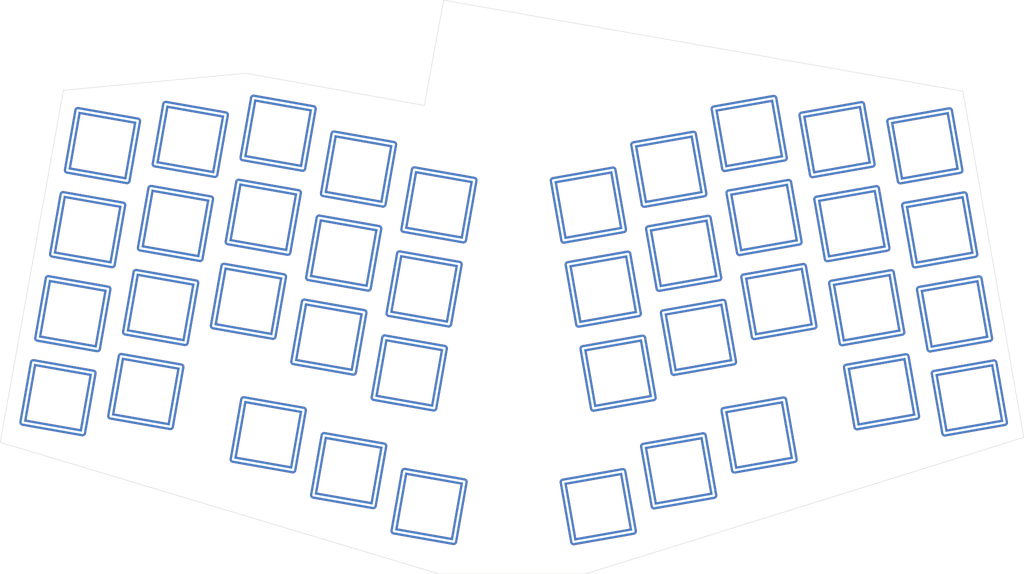
<source format=kicad_pcb>
(kicad_pcb (version 20221018) (generator pcbnew)
  (layers (0 "F.Cu" signal) (31 "B.Cu" signal) (34 "B.Paste" user) (35 "F.Paste" user) (36 "B.SilkS" user "B.Silkscreen") (37 "F.SilkS" user "F.Silkscreen") (38 "B.Mask" user) (39 "F.Mask" user) (44 "Edge.Cuts" user))
  (net 0 "")
  (net 1 "Column0")
  (net 2 "Column1")
  (net 3 "Column2")
  (net 4 "Column3")
  (net 5 "Column4")
  (net 6 "Column5")
  (net 7 "Column6")
  (net 8 "Column7")
  (net 9 "Column8")
  (net 10 "Column9")
  (footprint "kbd:SW_Hole_TH" (layer "F.Cu") (at 135.3533 138.5019 -10)
    (fp_text reference "SW35" hide)
    (fp_text value "SW_PUSH" hide)
    (pad "1" thru_hole oval (at -6.8 0 350) (size 1.5 15) (drill oval 0.5 14) (layers "*.Cu" "*.Mask") (net 5 "Column4"))
    (pad "1" thru_hole oval (at 0 -6.8 80) (size 1.5 15) (drill oval 0.5 14) (layers "*.Cu" "*.Mask") (net 5 "Column4"))
    (pad "1" thru_hole oval (at 0 6.8 80) (size 1.5 15) (drill oval 0.5 14) (layers "*.Cu" "*.Mask") (net 5 "Column4"))
    (pad "1" thru_hole oval (at 6.8 0 350) (size 1.5 15) (drill oval 0.5 14) (layers "*.Cu" "*.Mask") (net 5 "Column4"))
  )
  (footprint "kbd_Hole:m2_Screw_Hole" (layer "F.Cu") (at 245.2 123.8)
    (fp_text reference "Ref**")
    (fp_text value "Val**")
    (pad "" np_thru_hole circle (at 0 0) (size 2.2 2.2) (drill 2.2) (layers "F&B.Cu" "*.Mask"))
  )
  (footprint "kbd:SW_Hole_TH" (layer "F.Cu") (at 252.5515 95.529 10)
    (fp_text reference "SW30" hide)
    (fp_text value "SW_PUSH" hide)
    (pad "1" thru_hole oval (at -6.8 0 10) (size 1.5 15) (drill oval 0.5 14) (layers "*.Cu" "*.Mask") (net 10 "Column9"))
    (pad "1" thru_hole oval (at 0 -6.8 100) (size 1.5 15) (drill oval 0.5 14) (layers "*.Cu" "*.Mask") (net 10 "Column9"))
    (pad "1" thru_hole oval (at 0 6.8 100) (size 1.5 15) (drill oval 0.5 14) (layers "*.Cu" "*.Mask") (net 10 "Column9"))
    (pad "1" thru_hole oval (at 6.8 0 10) (size 1.5 15) (drill oval 0.5 14) (layers "*.Cu" "*.Mask") (net 10 "Column9"))
  )
  (footprint "kbd:SW_Hole_TH" (layer "F.Cu") (at 195.4428 100.7628 10)
    (fp_text reference "SW27" hide)
    (fp_text value "SW_PUSH" hide)
    (pad "1" thru_hole oval (at -6.8 0 10) (size 1.5 15) (drill oval 0.5 14) (layers "*.Cu" "*.Mask") (net 7 "Column6"))
    (pad "1" thru_hole oval (at 0 -6.8 100) (size 1.5 15) (drill oval 0.5 14) (layers "*.Cu" "*.Mask") (net 7 "Column6"))
    (pad "1" thru_hole oval (at 0 6.8 100) (size 1.5 15) (drill oval 0.5 14) (layers "*.Cu" "*.Mask") (net 7 "Column6"))
    (pad "1" thru_hole oval (at 6.8 0 10) (size 1.5 15) (drill oval 0.5 14) (layers "*.Cu" "*.Mask") (net 7 "Column6"))
  )
  (footprint "kbd:SW_Hole_TH" (layer "F.Cu") (at 117.4197 130.5037 -10)
    (fp_text reference "SW34" hide)
    (fp_text value "SW_PUSH" hide)
    (pad "1" thru_hole oval (at -6.8 0 350) (size 1.5 15) (drill oval 0.5 14) (layers "*.Cu" "*.Mask") (net 4 "Column3"))
    (pad "1" thru_hole oval (at 0 -6.8 80) (size 1.5 15) (drill oval 0.5 14) (layers "*.Cu" "*.Mask") (net 4 "Column3"))
    (pad "1" thru_hole oval (at 0 6.8 80) (size 1.5 15) (drill oval 0.5 14) (layers "*.Cu" "*.Mask") (net 4 "Column3"))
    (pad "1" thru_hole oval (at 6.8 0 350) (size 1.5 15) (drill oval 0.5 14) (layers "*.Cu" "*.Mask") (net 4 "Column3"))
  )
  (footprint "kbd:SW_Hole_TH" (layer "F.Cu") (at 229.6559 75.3863 10)
    (fp_text reference "SW19" hide)
    (fp_text value "SW_PUSH" hide)
    (pad "1" thru_hole oval (at -6.8 0 10) (size 1.5 15) (drill oval 0.5 14) (layers "*.Cu" "*.Mask") (net 9 "Column8"))
    (pad "1" thru_hole oval (at 0 -6.8 100) (size 1.5 15) (drill oval 0.5 14) (layers "*.Cu" "*.Mask") (net 9 "Column8"))
    (pad "1" thru_hole oval (at 0 6.8 100) (size 1.5 15) (drill oval 0.5 14) (layers "*.Cu" "*.Mask") (net 9 "Column8"))
    (pad "1" thru_hole oval (at 6.8 0 10) (size 1.5 15) (drill oval 0.5 14) (layers "*.Cu" "*.Mask") (net 9 "Column8"))
  )
  (footprint "kbd:SW_Hole_TH" (layer "F.Cu") (at 173.0909 138.5559 10)
    (fp_text reference "SW36" hide)
    (fp_text value "SW_PUSH" hide)
    (pad "1" thru_hole oval (at -6.8 0 10) (size 1.5 15) (drill oval 0.5 14) (layers "*.Cu" "*.Mask") (net 6 "Column5"))
    (pad "1" thru_hole oval (at 0 -6.8 100) (size 1.5 15) (drill oval 0.5 14) (layers "*.Cu" "*.Mask") (net 6 "Column5"))
    (pad "1" thru_hole oval (at 0 6.8 100) (size 1.5 15) (drill oval 0.5 14) (layers "*.Cu" "*.Mask") (net 6 "Column5"))
    (pad "1" thru_hole oval (at 6.8 0 10) (size 1.5 15) (drill oval 0.5 14) (layers "*.Cu" "*.Mask") (net 6 "Column5"))
  )
  (footprint "kbd:SW_Hole_TH" (layer "F.Cu") (at 188.8268 63.2417 10)
    (fp_text reference "SW7" hide)
    (fp_text value "SW_PUSH" hide)
    (pad "1" thru_hole oval (at -6.8 0 10) (size 1.5 15) (drill oval 0.5 14) (layers "*.Cu" "*.Mask") (net 7 "Column6"))
    (pad "1" thru_hole oval (at 0 -6.8 100) (size 1.5 15) (drill oval 0.5 14) (layers "*.Cu" "*.Mask") (net 7 "Column6"))
    (pad "1" thru_hole oval (at 0 6.8 100) (size 1.5 15) (drill oval 0.5 14) (layers "*.Cu" "*.Mask") (net 7 "Column6"))
    (pad "1" thru_hole oval (at 6.8 0 10) (size 1.5 15) (drill oval 0.5 14) (layers "*.Cu" "*.Mask") (net 7 "Column6"))
  )
  (footprint "kbd:SW_Hole_TH" (layer "F.Cu") (at 206.7604 55.2435 10)
    (fp_text reference "SW8" hide)
    (fp_text value "SW_PUSH" hide)
    (pad "1" thru_hole oval (at -6.8 0 10) (size 1.5 15) (drill oval 0.5 14) (layers "*.Cu" "*.Mask") (net 8 "Column7"))
    (pad "1" thru_hole oval (at 0 -6.8 100) (size 1.5 15) (drill oval 0.5 14) (layers "*.Cu" "*.Mask") (net 8 "Column7"))
    (pad "1" thru_hole oval (at 0 6.8 100) (size 1.5 15) (drill oval 0.5 14) (layers "*.Cu" "*.Mask") (net 8 "Column7"))
    (pad "1" thru_hole oval (at 6.8 0 10) (size 1.5 15) (drill oval 0.5 14) (layers "*.Cu" "*.Mask") (net 8 "Column7"))
  )
  (footprint "kbd:SW_Hole_TH" (layer "F.Cu") (at 232.9639 94.1468 10)
    (fp_text reference "SW29" hide)
    (fp_text value "SW_PUSH" hide)
    (pad "1" thru_hole oval (at -6.8 0 10) (size 1.5 15) (drill oval 0.5 14) (layers "*.Cu" "*.Mask") (net 9 "Column8"))
    (pad "1" thru_hole oval (at 0 -6.8 100) (size 1.5 15) (drill oval 0.5 14) (layers "*.Cu" "*.Mask") (net 9 "Column8"))
    (pad "1" thru_hole oval (at 0 6.8 100) (size 1.5 15) (drill oval 0.5 14) (layers "*.Cu" "*.Mask") (net 9 "Column8"))
    (pad "1" thru_hole oval (at 6.8 0 10) (size 1.5 15) (drill oval 0.5 14) (layers "*.Cu" "*.Mask") (net 9 "Column8"))
  )
  (footprint "kbd:SW_Hole_TH" (layer "F.Cu") (at 210.0684 74.0041 10)
    (fp_text reference "SW18" hide)
    (fp_text value "SW_PUSH" hide)
    (pad "1" thru_hole oval (at -6.8 0 10) (size 1.5 15) (drill oval 0.5 14) (layers "*.Cu" "*.Mask") (net 8 "Column7"))
    (pad "1" thru_hole oval (at 0 -6.8 100) (size 1.5 15) (drill oval 0.5 14) (layers "*.Cu" "*.Mask") (net 8 "Column7"))
    (pad "1" thru_hole oval (at 0 6.8 100) (size 1.5 15) (drill oval 0.5 14) (layers "*.Cu" "*.Mask") (net 8 "Column7"))
    (pad "1" thru_hole oval (at 6.8 0 10) (size 1.5 15) (drill oval 0.5 14) (layers "*.Cu" "*.Mask") (net 8 "Column7"))
  )
  (footprint "kbd:SW_Hole_TH" (layer "F.Cu") (at 116.3094 81.9482 -10)
    (fp_text reference "SW14" hide)
    (fp_text value "SW_PUSH" hide)
    (pad "1" thru_hole oval (at -6.8 0 350) (size 1.5 15) (drill oval 0.5 14) (layers "*.Cu" "*.Mask") (net 4 "Column3"))
    (pad "1" thru_hole oval (at 0 -6.8 80) (size 1.5 15) (drill oval 0.5 14) (layers "*.Cu" "*.Mask") (net 4 "Column3"))
    (pad "1" thru_hole oval (at 0 6.8 80) (size 1.5 15) (drill oval 0.5 14) (layers "*.Cu" "*.Mask") (net 4 "Column3"))
    (pad "1" thru_hole oval (at 6.8 0 350) (size 1.5 15) (drill oval 0.5 14) (layers "*.Cu" "*.Mask") (net 4 "Column3"))
  )
  (footprint "kbd_Hole:m2_Screw_Hole" (layer "F.Cu") (at 63.3 123.9)
    (fp_text reference "Ref**")
    (fp_text value "Val**")
    (pad "" np_thru_hole circle (at 0 0) (size 2.2 2.2) (drill 2.2) (layers "F&B.Cu" "*.Mask"))
  )
  (footprint "kbd_Hole:m2_Screw_Hole" (layer "F.Cu") (at 186.6 143.8)
    (fp_text reference "Ref**")
    (fp_text value "Val**")
    (pad "" np_thru_hole circle (at 0 0) (size 2.2 2.2) (drill 2.2) (layers "F&B.Cu" "*.Mask"))
  )
  (footprint "kbd:SW_Hole_TH" (layer "F.Cu") (at 101.6838 55.1895 -10)
    (fp_text reference "SW3" hide)
    (fp_text value "SW_PUSH" hide)
    (pad "1" thru_hole oval (at -6.8 0 350) (size 1.5 15) (drill oval 0.5 14) (layers "*.Cu" "*.Mask") (net 3 "Column2"))
    (pad "1" thru_hole oval (at 0 -6.8 80) (size 1.5 15) (drill oval 0.5 14) (layers "*.Cu" "*.Mask") (net 3 "Column2"))
    (pad "1" thru_hole oval (at 0 6.8 80) (size 1.5 15) (drill oval 0.5 14) (layers "*.Cu" "*.Mask") (net 3 "Column2"))
    (pad "1" thru_hole oval (at 6.8 0 350) (size 1.5 15) (drill oval 0.5 14) (layers "*.Cu" "*.Mask") (net 3 "Column2"))
  )
  (footprint "kbd:SW_Hole_TH" (layer "F.Cu") (at 249.2435 76.7684 10)
    (fp_text reference "SW20" hide)
    (fp_text value "SW_PUSH" hide)
    (pad "1" thru_hole oval (at -6.8 0 10) (size 1.5 15) (drill oval 0.5 14) (layers "*.Cu" "*.Mask") (net 10 "Column9"))
    (pad "1" thru_hole oval (at 0 -6.8 100) (size 1.5 15) (drill oval 0.5 14) (layers "*.Cu" "*.Mask") (net 10 "Column9"))
    (pad "1" thru_hole oval (at 0 6.8 100) (size 1.5 15) (drill oval 0.5 14) (layers "*.Cu" "*.Mask") (net 10 "Column9"))
    (pad "1" thru_hole oval (at 6.8 0 10) (size 1.5 15) (drill oval 0.5 14) (layers "*.Cu" "*.Mask") (net 10 "Column9"))
  )
  (footprint "kbd:SW_Hole_TH" (layer "F.Cu") (at 236.2719 112.9074 10)
    (fp_text reference "SW39" hide)
    (fp_text value "SW_PUSH" hide)
    (pad "1" thru_hole oval (at -6.8 0 10) (size 1.5 15) (drill oval 0.5 14) (layers "*.Cu" "*.Mask") (net 9 "Column8"))
    (pad "1" thru_hole oval (at 0 -6.8 100) (size 1.5 15) (drill oval 0.5 14) (layers "*.Cu" "*.Mask") (net 9 "Column8"))
    (pad "1" thru_hole oval (at 0 6.8 100) (size 1.5 15) (drill oval 0.5 14) (layers "*.Cu" "*.Mask") (net 9 "Column8"))
    (pad "1" thru_hole oval (at 6.8 0 10) (size 1.5 15) (drill oval 0.5 14) (layers "*.Cu" "*.Mask") (net 9 "Column8"))
  )
  (footprint "kbd:SW_Hole_TH" (layer "F.Cu") (at 72.1722 112.8534 -10)
    (fp_text reference "SW32" hide)
    (fp_text value "SW_PUSH" hide)
    (pad "1" thru_hole oval (at -6.8 0 350) (size 1.5 15) (drill oval 0.5 14) (layers "*.Cu" "*.Mask") (net 2 "Column1"))
    (pad "1" thru_hole oval (at 0 -6.8 80) (size 1.5 15) (drill oval 0.5 14) (layers "*.Cu" "*.Mask") (net 2 "Column1"))
    (pad "1" thru_hole oval (at 0 6.8 80) (size 1.5 15) (drill oval 0.5 14) (layers "*.Cu" "*.Mask") (net 2 "Column1"))
    (pad "1" thru_hole oval (at 6.8 0 350) (size 1.5 15) (drill oval 0.5 14) (layers "*.Cu" "*.Mask") (net 2 "Column1"))
  )
  (footprint "kbd:SW_Hole_TH" (layer "F.Cu") (at 255.8595 114.2896 10)
    (fp_text reference "SW40" hide)
    (fp_text value "SW_PUSH" hide)
    (pad "1" thru_hole oval (at -6.8 0 10) (size 1.5 15) (drill oval 0.5 14) (layers "*.Cu" "*.Mask") (net 10 "Column9"))
    (pad "1" thru_hole oval (at 0 -6.8 100) (size 1.5 15) (drill oval 0.5 14) (layers "*.Cu" "*.Mask") (net 10 "Column9"))
    (pad "1" thru_hole oval (at 0 6.8 100) (size 1.5 15) (drill oval 0.5 14) (layers "*.Cu" "*.Mask") (net 10 "Column9"))
    (pad "1" thru_hole oval (at 6.8 0 10) (size 1.5 15) (drill oval 0.5 14) (layers "*.Cu" "*.Mask") (net 10 "Column9"))
  )
  (footprint "kbd_Hole:m2_Screw_Hole" (layer "F.Cu") (at 237.1 47)
    (fp_text reference "Ref**")
    (fp_text value "Val**")
    (pad "" np_thru_hole circle (at 0 0) (size 2.2 2.2) (drill 2.2) (layers "F&B.Cu" "*.Mask"))
  )
  (footprint "kbd:SW_Hole_TH" (layer "F.Cu") (at 130.935 108.707 -10)
    (fp_text reference "SW25" hide)
    (fp_text value "SW_PUSH" hide)
    (pad "1" thru_hole oval (at -6.8 0 350) (size 1.5 15) (drill oval 0.5 14) (layers "*.Cu" "*.Mask") (net 5 "Column4"))
    (pad "1" thru_hole oval (at 0 -6.8 80) (size 1.5 15) (drill oval 0.5 14) (layers "*.Cu" "*.Mask") (net 5 "Column4"))
    (pad "1" thru_hole oval (at 0 6.8 80) (size 1.5 15) (drill oval 0.5 14) (layers "*.Cu" "*.Mask") (net 5 "Column4"))
    (pad "1" thru_hole oval (at 6.8 0 350) (size 1.5 15) (drill oval 0.5 14) (layers "*.Cu" "*.Mask") (net 5 "Column4"))
  )
  (footprint "kbd:SW_Hole_TH" (layer "F.Cu") (at 226.3479 56.6257 10)
    (fp_text reference "SW9" hide)
    (fp_text value "SW_PUSH" hide)
    (pad "1" thru_hole oval (at -6.8 0 10) (size 1.5 15) (drill oval 0.5 14) (layers "*.Cu" "*.Mask") (net 9 "Column8"))
    (pad "1" thru_hole oval (at 0 -6.8 100) (size 1.5 15) (drill oval 0.5 14) (layers "*.Cu" "*.Mask") (net 9 "Column8"))
    (pad "1" thru_hole oval (at 0 6.8 100) (size 1.5 15) (drill oval 0.5 14) (layers "*.Cu" "*.Mask") (net 9 "Column8"))
    (pad "1" thru_hole oval (at 6.8 0 10) (size 1.5 15) (drill oval 0.5 14) (layers "*.Cu" "*.Mask") (net 9 "Column8"))
  )
  (footprint "kbd:SW_Hole_TH" (layer "F.Cu") (at 191.0245 130.5577 10)
    (fp_text reference "SW37" hide)
    (fp_text value "SW_PUSH" hide)
    (pad "1" thru_hole oval (at -6.8 0 10) (size 1.5 15) (drill oval 0.5 14) (layers "*.Cu" "*.Mask") (net 7 "Column6"))
    (pad "1" thru_hole oval (at 0 -6.8 100) (size 1.5 15) (drill oval 0.5 14) (layers "*.Cu" "*.Mask") (net 7 "Column6"))
    (pad "1" thru_hole oval (at 0 6.8 100) (size 1.5 15) (drill oval 0.5 14) (layers "*.Cu" "*.Mask") (net 7 "Column6"))
    (pad "1" thru_hole oval (at 6.8 0 10) (size 1.5 15) (drill oval 0.5 14) (layers "*.Cu" "*.Mask") (net 7 "Column6"))
  )
  (footprint "kbd:SW_Hole_TH" (layer "F.Cu") (at 62.5086 57.9538 -10)
    (fp_text reference "SW1" hide)
    (fp_text value "SW_PUSH" hide)
    (pad "1" thru_hole oval (at -6.8 0 350) (size 1.5 15) (drill oval 0.5 14) (layers "*.Cu" "*.Mask") (net 1 "Column0"))
    (pad "1" thru_hole oval (at 0 -6.8 80) (size 1.5 15) (drill oval 0.5 14) (layers "*.Cu" "*.Mask") (net 1 "Column0"))
    (pad "1" thru_hole oval (at 0 6.8 80) (size 1.5 15) (drill oval 0.5 14) (layers "*.Cu" "*.Mask") (net 1 "Column0"))
    (pad "1" thru_hole oval (at 6.8 0 350) (size 1.5 15) (drill oval 0.5 14) (layers "*.Cu" "*.Mask") (net 1 "Column0"))
  )
  (footprint "kbd_Hole:m2_Screw_Hole" (layer "F.Cu") (at 71.4 47.2)
    (fp_text reference "Ref**")
    (fp_text value "Val**")
    (pad "" np_thru_hole circle (at 0 0) (size 2.2 2.2) (drill 2.2) (layers "F&B.Cu" "*.Mask"))
  )
  (footprint "kbd:SW_Hole_TH" (layer "F.Cu") (at 82.0962 56.5717 -10)
    (fp_text reference "SW2" hide)
    (fp_text value "SW_PUSH" hide)
    (pad "1" thru_hole oval (at -6.8 0 350) (size 1.5 15) (drill oval 0.5 14) (layers "*.Cu" "*.Mask") (net 2 "Column1"))
    (pad "1" thru_hole oval (at 0 -6.8 80) (size 1.5 15) (drill oval 0.5 14) (layers "*.Cu" "*.Mask") (net 2 "Column1"))
    (pad "1" thru_hole oval (at 0 6.8 80) (size 1.5 15) (drill oval 0.5 14) (layers "*.Cu" "*.Mask") (net 2 "Column1"))
    (pad "1" thru_hole oval (at 6.8 0 350) (size 1.5 15) (drill oval 0.5 14) (layers "*.Cu" "*.Mask") (net 2 "Column1"))
  )
  (footprint "kbd:SW_Hole_TH" (layer "F.Cu") (at 59.2006 76.7144 -10)
    (fp_text reference "SW11" hide)
    (fp_text value "SW_PUSH" hide)
    (pad "1" thru_hole oval (at -6.8 0 350) (size 1.5 15) (drill oval 0.5 14) (layers "*.Cu" "*.Mask") (net 1 "Column0"))
    (pad "1" thru_hole oval (at 0 -6.8 80) (size 1.5 15) (drill oval 0.5 14) (layers "*.Cu" "*.Mask") (net 1 "Column0"))
    (pad "1" thru_hole oval (at 0 6.8 80) (size 1.5 15) (drill oval 0.5 14) (layers "*.Cu" "*.Mask") (net 1 "Column0"))
    (pad "1" thru_hole oval (at 6.8 0 350) (size 1.5 15) (drill oval 0.5 14) (layers "*.Cu" "*.Mask") (net 1 "Column0"))
  )
  (footprint "kbd:SW_Hole_TH" (layer "F.Cu") (at 213.3764 92.7647 10)
    (fp_text reference "SW28" hide)
    (fp_text value "SW_PUSH" hide)
    (pad "1" thru_hole oval (at -6.8 0 10) (size 1.5 15) (drill oval 0.5 14) (layers "*.Cu" "*.Mask") (net 8 "Column7"))
    (pad "1" thru_hole oval (at 0 -6.8 100) (size 1.5 15) (drill oval 0.5 14) (layers "*.Cu" "*.Mask") (net 8 "Column7"))
    (pad "1" thru_hole oval (at 0 6.8 100) (size 1.5 15) (drill oval 0.5 14) (layers "*.Cu" "*.Mask") (net 8 "Column7"))
    (pad "1" thru_hole oval (at 6.8 0 10) (size 1.5 15) (drill oval 0.5 14) (layers "*.Cu" "*.Mask") (net 8 "Column7"))
  )
  (footprint "kbd:SW_Hole_TH" (layer "F.Cu") (at 75.4802 94.0928 -10)
    (fp_text reference "SW22" hide)
    (fp_text value "SW_PUSH" hide)
    (pad "1" thru_hole oval (at -6.8 0 350) (size 1.5 15) (drill oval 0.5 14) (layers "*.Cu" "*.Mask") (net 2 "Column1"))
    (pad "1" thru_hole oval (at 0 -6.8 80) (size 1.5 15) (drill oval 0.5 14) (layers "*.Cu" "*.Mask") (net 2 "Column1"))
    (pad "1" thru_hole oval (at 0 6.8 80) (size 1.5 15) (drill oval 0.5 14) (layers "*.Cu" "*.Mask") (net 2 "Column1"))
    (pad "1" thru_hole oval (at 6.8 0 350) (size 1.5 15) (drill oval 0.5 14) (layers "*.Cu" "*.Mask") (net 2 "Column1"))
  )
  (footprint "kbd:SW_Hole_TH" (layer "F.Cu") (at 78.7882 75.3323 -10)
    (fp_text reference "SW12" hide)
    (fp_text value "SW_PUSH" hide)
    (pad "1" thru_hole oval (at -6.8 0 350) (size 1.5 15) (drill oval 0.5 14) (layers "*.Cu" "*.Mask") (net 2 "Column1"))
    (pad "1" thru_hole oval (at 0 -6.8 80) (size 1.5 15) (drill oval 0.5 14) (layers "*.Cu" "*.Mask") (net 2 "Column1"))
    (pad "1" thru_hole oval (at 0 6.8 80) (size 1.5 15) (drill oval 0.5 14) (layers "*.Cu" "*.Mask") (net 2 "Column1"))
    (pad "1" thru_hole oval (at 6.8 0 350) (size 1.5 15) (drill oval 0.5 14) (layers "*.Cu" "*.Mask") (net 2 "Column1"))
  )
  (footprint "kbd:SW_Hole_TH" (layer "F.Cu") (at 134.243 89.9464 -10)
    (fp_text reference "SW15" hide)
    (fp_text value "SW_PUSH" hide)
    (pad "1" thru_hole oval (at -6.8 0 350) (size 1.5 15) (drill oval 0.5 14) (layers "*.Cu" "*.Mask") (net 5 "Column4"))
    (pad "1" thru_hole oval (at 0 -6.8 80) (size 1.5 15) (drill oval 0.5 14) (layers "*.Cu" "*.Mask") (net 5 "Column4"))
    (pad "1" thru_hole oval (at 0 6.8 80) (size 1.5 15) (drill oval 0.5 14) (layers "*.Cu" "*.Mask") (net 5 "Column4"))
    (pad "1" thru_hole oval (at 6.8 0 350) (size 1.5 15) (drill oval 0.5 14) (layers "*.Cu" "*.Mask") (net 5 "Column4"))
  )
  (footprint "kbd:SW_Hole_TH" (layer "F.Cu") (at 245.9355 58.0078 10)
    (fp_text reference "SW10" hide)
    (fp_text value "SW_PUSH" hide)
    (pad "1" thru_hole oval (at -6.8 0 10) (size 1.5 15) (drill oval 0.5 14) (layers "*.Cu" "*.Mask") (net 10 "Column9"))
    (pad "1" thru_hole oval (at 0 -6.8 100) (size 1.5 15) (drill oval 0.5 14) (layers "*.Cu" "*.Mask") (net 10 "Column9"))
    (pad "1" thru_hole oval (at 0 6.8 100) (size 1.5 15) (drill oval 0.5 14) (layers "*.Cu" "*.Mask") (net 10 "Column9"))
    (pad "1" thru_hole oval (at 6.8 0 10) (size 1.5 15) (drill oval 0.5 14) (layers "*.Cu" "*.Mask") (net 10 "Column9"))
  )
  (footprint "kbd:SW_Hole_TH" (layer "F.Cu") (at 137.551 71.1858 -10)
    (fp_text reference "SW5" hide)
    (fp_text value "SW_PUSH" hide)
    (pad "1" thru_hole oval (at -6.8 0 350) (size 1.5 15) (drill oval 0.5 14) (layers "*.Cu" "*.Mask") (net 5 "Column4"))
    (pad "1" thru_hole oval (at 0 -6.8 80) (size 1.5 15) (drill oval 0.5 14) (layers "*.Cu" "*.Mask") (net 5 "Column4"))
    (pad "1" thru_hole oval (at 0 6.8 80) (size 1.5 15) (drill oval 0.5 14) (layers "*.Cu" "*.Mask") (net 5 "Column4"))
    (pad "1" thru_hole oval (at 6.8 0 350) (size 1.5 15) (drill oval 0.5 14) (layers "*.Cu" "*.Mask") (net 5 "Column4"))
  )
  (footprint "kbd:SW_Hole_TH" (layer "F.Cu") (at 113.0014 100.7088 -10)
    (fp_text reference "SW24" hide)
    (fp_text value "SW_PUSH" hide)
    (pad "1" thru_hole oval (at -6.8 0 350) (size 1.5 15) (drill oval 0.5 14) (layers "*.Cu" "*.Mask") (net 4 "Column3"))
    (pad "1" thru_hole oval (at 0 -6.8 80) (size 1.5 15) (drill oval 0.5 14) (layers "*.Cu" "*.Mask") (net 4 "Column3"))
    (pad "1" thru_hole oval (at 0 6.8 80) (size 1.5 15) (drill oval 0.5 14) (layers "*.Cu" "*.Mask") (net 4 "Column3"))
    (pad "1" thru_hole oval (at 6.8 0 350) (size 1.5 15) (drill oval 0.5 14) (layers "*.Cu" "*.Mask") (net 4 "Column3"))
  )
  (footprint "kbd_Hole:m2_Screw_Hole" (layer "F.Cu") (at 133 58.1)
    (fp_text reference "Ref**")
    (fp_text value "Val**")
    (pad "" np_thru_hole circle (at 0 0) (size 2.2 2.2) (drill 2.2) (layers "F&B.Cu" "*.Mask"))
  )
  (footprint "kbd:SW_Hole_TH" (layer "F.Cu") (at 95.0678 92.7107 -10)
    (fp_text reference "SW23" hide)
    (fp_text value "SW_PUSH" hide)
    (pad "1" thru_hole oval (at -6.8 0 350) (size 1.5 15) (drill oval 0.5 14) (layers "*.Cu" "*.Mask") (net 3 "Column2"))
    (pad "1" thru_hole oval (at 0 -6.8 80) (size 1.5 15) (drill oval 0.5 14) (layers "*.Cu" "*.Mask") (net 3 "Column2"))
    (pad "1" thru_hole oval (at 0 6.8 80) (size 1.5 15) (drill oval 0.5 14) (layers "*.Cu" "*.Mask") (net 3 "Column2"))
    (pad "1" thru_hole oval (at 6.8 0 350) (size 1.5 15) (drill oval 0.5 14) (layers "*.Cu" "*.Mask") (net 3 "Column2"))
  )
  (footprint "kbd:SW_Hole_TH" (layer "F.Cu") (at 119.6174 63.1877 -10)
    (fp_text reference "SW4" hide)
    (fp_text value "SW_PUSH" hide)
    (pad "1" thru_hole oval (at -6.8 0 350) (size 1.5 15) (drill oval 0.5 14) (layers "*.Cu" "*.Mask") (net 4 "Column3"))
    (pad "1" thru_hole oval (at 0 -6.8 80) (size 1.5 15) (drill oval 0.5 14) (layers "*.Cu" "*.Mask") (net 4 "Column3"))
    (pad "1" thru_hole oval (at 0 6.8 80) (size 1.5 15) (drill oval 0.5 14) (layers "*.Cu" "*.Mask") (net 4 "Column3"))
    (pad "1" thru_hole oval (at 6.8 0 350) (size 1.5 15) (drill oval 0.5 14) (layers "*.Cu" "*.Mask") (net 4 "Column3"))
  )
  (footprint "kbd:SW_Hole_TH" (layer "F.Cu") (at 208.9581 122.5596 10)
    (fp_text reference "SW38" hide)
    (fp_text value "SW_PUSH" hide)
    (pad "1" thru_hole oval (at -6.8 0 10) (size 1.5 15) (drill oval 0.5 14) (layers "*.Cu" "*.Mask") (net 8 "Column7"))
    (pad "1" thru_hole oval (at 0 -6.8 100) (size 1.5 15) (drill oval 0.5 14) (layers "*.Cu" "*.Mask") (net 8 "Column7"))
    (pad "1" thru_hole oval (at 0 6.8 100) (size 1.5 15) (drill oval 0.5 14) (layers "*.Cu" "*.Mask") (net 8 "Column7"))
    (pad "1" thru_hole oval (at 6.8 0 10) (size 1.5 15) (drill oval 0.5 14) (layers "*.Cu" "*.Mask") (net 8 "Column7"))
  )
  (footprint "kbd:SW_Hole_TH" (layer "F.Cu") (at 55.8926 95.475 -10)
    (fp_text reference "SW21" hide)
    (fp_text value "SW_PUSH" hide)
    (pad "1" thru_hole oval (at -6.8 0 350) (size 1.5 15) (drill oval 0.5 14) (layers "*.Cu" "*.Mask") (net 1 "Column0"))
    (pad "1" thru_hole oval (at 0 -6.8 80) (size 1.5 15) (drill oval 0.5 14) (layers "*.Cu" "*.Mask") (net 1 "Column0"))
    (pad "1" thru_hole oval (at 0 6.8 80) (size 1.5 15) (drill oval 0.5 14) (layers "*.Cu" "*.Mask") (net 1 "Column0"))
    (pad "1" thru_hole oval (at 6.8 0 350) (size 1.5 15) (drill oval 0.5 14) (layers "*.Cu" "*.Mask") (net 1 "Column0"))
  )
  (footprint "kbd_Hole:m2_Screw_Hole" (layer "F.Cu") (at 175.7 57.9)
    (fp_text reference "Ref**")
    (fp_text value "Val**")
    (pad "" np_thru_hole circle (at 0 0) (size 2.2 2.2) (drill 2.2) (layers "*.Cu" "*.Mask"))
  )
  (footprint "kbd_Hole:m2_Screw_Hole" (layer "F.Cu") (at 121.9 143.8)
    (fp_text reference "Ref**")
    (fp_text value "Val**")
    (pad "" np_thru_hole circle (at 0 0) (size 2.2 2.2) (drill 2.2) (layers "F&B.Cu" "*.Mask"))
  )
  (footprint "kbd:SW_Hole_TH" (layer "F.Cu") (at 52.5846 114.2356 -10)
    (fp_text reference "SW31" hide)
    (fp_text value "SW_PUSH" hide)
    (pad "1" thru_hole oval (at -6.8 0 350) (size 1.5 15) (drill oval 0.5 14) (layers "*.Cu" "*.Mask") (net 1 "Column0"))
    (pad "1" thru_hole oval (at 0 -6.8 80) (size 1.5 15) (drill oval 0.5 14) (layers "*.Cu" "*.Mask") (net 1 "Column0"))
    (pad "1" thru_hole oval (at 0 6.8 80) (size 1.5 15) (drill oval 0.5 14) (layers "*.Cu" "*.Mask") (net 1 "Column0"))
    (pad "1" thru_hole oval (at 6.8 0 350) (size 1.5 15) (drill oval 0.5 14) (layers "*.Cu" "*.Mask") (net 1 "Column0"))
  )
  (footprint "kbd:SW_Hole_TH" (layer "F.Cu") (at 177.5092 108.761 10)
    (fp_text reference "SW26" hide)
    (fp_text value "SW_PUSH" hide)
    (pad "1" thru_hole oval (at -6.8 0 10) (size 1.5 15) (drill oval 0.5 14) (layers "*.Cu" "*.Mask") (net 6 "Column5"))
    (pad "1" thru_hole oval (at 0 -6.8 100) (size 1.5 15) (drill oval 0.5 14) (layers "*.Cu" "*.Mask") (net 6 "Column5"))
    (pad "1" thru_hole oval (at 0 6.8 100) (size 1.5 15) (drill oval 0.5 14) (layers "*.Cu" "*.Mask") (net 6 "Column5"))
    (pad "1" thru_hole oval (at 6.8 0 10) (size 1.5 15) (drill oval 0.5 14) (layers "*.Cu" "*.Mask") (net 6 "Column5"))
  )
  (footprint "kbd:SW_Hole_TH" (layer "F.Cu") (at 98.3758 73.9501 -10)
    (fp_text reference "SW13" hide)
    (fp_text value "SW_PUSH" hide)
    (pad "1" thru_hole oval (at -6.8 0 350) (size 1.5 15) (drill oval 0.5 14) (layers "*.Cu" "*.Mask") (net 3 "Column2"))
    (pad "1" thru_hole oval (at 0 -6.8 80) (size 1.5 15) (drill oval 0.5 14) (layers "*.Cu" "*.Mask") (net 3 "Column2"))
    (pad "1" thru_hole oval (at 0 6.8 80) (size 1.5 15) (drill oval 0.5 14) (layers "*.Cu" "*.Mask") (net 3 "Column2"))
    (pad "1" thru_hole oval (at 6.8 0 350) (size 1.5 15) (drill oval 0.5 14) (layers "*.Cu" "*.Mask") (net 3 "Column2"))
  )
  (footprint "kbd:SW_Hole_TH" (layer "F.Cu") (at 174.2012 90.0004 10)
    (fp_text reference "SW16" hide)
    (fp_text value "SW_PUSH" hide)
    (pad "1" thru_hole oval (at -6.8 0 10) (size 1.5 15) (drill oval 0.5 14) (layers "*.Cu" "*.Mask") (net 6 "Column5"))
    (pad "1" thru_hole oval (at 0 -6.8 100) (size 1.5 15) (drill oval 0.5 14) (layers "*.Cu" "*.Mask") (net 6 "Column5"))
    (pad "1" thru_hole oval (at 0 6.8 100) (size 1.5 15) (drill oval 0.5 14) (layers "*.Cu" "*.Mask") (net 6 "Column5"))
    (pad "1" thru_hole oval (at 6.8 0 10) (size 1.5 15) (drill oval 0.5 14) (layers "*.Cu" "*.Mask") (net 6 "Column5"))
  )
  (footprint "kbd:SW_Hole_TH" (layer "F.Cu") (at 192.1348 82.0023 10)
    (fp_text reference "SW17" hide)
    (fp_text value "SW_PUSH" hide)
    (pad "1" thru_hole oval (at -6.8 0 10) (size 1.5 15) (drill oval 0.5 14) (layers "*.Cu" "*.Mask") (net 7 "Column6"))
    (pad "1" thru_hole oval (at 0 -6.8 100) (size 1.5 15) (drill oval 0.5 14) (layers "*.Cu" "*.Mask") (net 7 "Column6"))
    (pad "1" thru_hole oval (at 0 6.8 100) (size 1.5 15) (drill oval 0.5 14) (layers "*.Cu" "*.Mask") (net 7 "Column6"))
    (pad "1" thru_hole oval (at 6.8 0 10) (size 1.5 15) (drill oval 0.5 14) (layers "*.Cu" "*.Mask") (net 7 "Column6"))
  )
  (footprint "kbd:SW_Hole_TH" (layer "F.Cu") (at 170.8932 71.2398 10)
    (fp_text reference "SW6" hide)
    (fp_text value "SW_PUSH" hide)
    (pad "1" thru_hole oval (at -6.8 0 10) (size 1.5 15) (drill oval 0.5 14) (layers "*.Cu" "*.Mask") (net 6 "Column5"))
    (pad "1" thru_hole oval (at 0 -6.8 100) (size 1.5 15) (drill oval 0.5 14) (layers "*.Cu" "*.Mask") (net 6 "Column5"))
    (pad "1" thru_hole oval (at 0 6.8 100) (size 1.5 15) (drill oval 0.5 14) (layers "*.Cu" "*.Mask") (net 6 "Column5"))
    (pad "1" thru_hole oval (at 6.8 0 10) (size 1.5 15) (drill oval 0.5 14) (layers "*.Cu" "*.Mask") (net 6 "Column5"))
  )
  (footprint "kbd:SW_Hole_TH" (layer "F.Cu") (at 99.4861 122.5056 -10)
    (fp_text reference "SW33" hide)
    (fp_text value "SW_PUSH" hide)
    (pad "1" thru_hole oval (at -6.8 0 350) (size 1.5 15) (drill oval 0.5 14) (layers "*.Cu" "*.Mask") (net 3 "Column2"))
    (pad "1" thru_hole oval (at 0 -6.8 80) (size 1.5 15) (drill oval 0.5 14) (layers "*.Cu" "*.Mask") (net 3 "Column2"))
    (pad "1" thru_hole oval (at 0 6.8 80) (size 1.5 15) (drill oval 0.5 14) (layers "*.Cu" "*.Mask") (net 3 "Column2"))
    (pad "1" thru_hole oval (at 6.8 0 350) (size 1.5 15) (drill oval 0.5 14) (layers "*.Cu" "*.Mask") (net 3 "Column2"))
  )
  (gr_line (start 53.8 45.6) (end 39.7 124.2) (stroke (width 0.1)) (layer "Edge.Cuts"))
  (gr_line (start 39.7 124.2) (end 137.7 153.6) (stroke (width 0.1)) (layer "Edge.Cuts"))
  (gr_line (start 254.4 45.8) (end 138.6 25.5) (stroke (width 0.1)) (layer "Edge.Cuts"))
  (gr_line (start 138.6 25.5) (end 134.3 49) (stroke (width 0.1)) (layer "Edge.Cuts"))
  (gr_line (start 94.5 41.8) (end 53.8 45.6) (stroke (width 0.1)) (layer "Edge.Cuts"))
  (gr_line (start 137.7 153.6) (end 170.1 153.6) (stroke (width 0.1)) (layer "Edge.Cuts"))
  (gr_line (start 134.3 49) (end 94.5 41.8) (stroke (width 0.1)) (layer "Edge.Cuts"))
  (gr_line (start 170.1 153.6) (end 268 123.1) (stroke (width 0.1)) (layer "Edge.Cuts"))
  (gr_line (start 268 123.1) (end 254.4 45.8) (stroke (width 0.1)) (layer "Edge.Cuts"))
)
</source>
